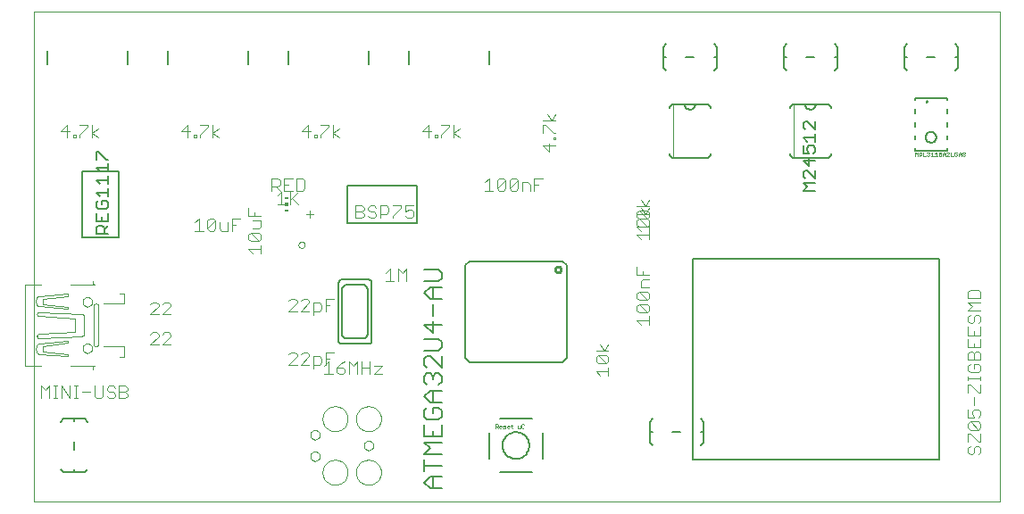
<source format=gto>
G75*
%MOIN*%
%OFA0B0*%
%FSLAX24Y24*%
%IPPOS*%
%LPD*%
%AMOC8*
5,1,8,0,0,1.08239X$1,22.5*
%
%ADD10C,0.0000*%
%ADD11C,0.0030*%
%ADD12R,0.0118X0.0059*%
%ADD13R,0.0118X0.0118*%
%ADD14C,0.0040*%
%ADD15C,0.0080*%
%ADD16C,0.0100*%
%ADD17C,0.0060*%
%ADD18C,0.0010*%
%ADD19C,0.0050*%
%ADD20C,0.0020*%
D10*
X003100Y000158D02*
X003100Y018454D01*
X039170Y018454D01*
X039170Y000158D01*
X003100Y000158D01*
X004923Y005892D02*
X004925Y005918D01*
X004931Y005944D01*
X004941Y005969D01*
X004954Y005992D01*
X004970Y006012D01*
X004990Y006030D01*
X005012Y006045D01*
X005035Y006057D01*
X005061Y006065D01*
X005087Y006069D01*
X005113Y006069D01*
X005139Y006065D01*
X005165Y006057D01*
X005189Y006045D01*
X005210Y006030D01*
X005230Y006012D01*
X005246Y005992D01*
X005259Y005969D01*
X005269Y005944D01*
X005275Y005918D01*
X005277Y005892D01*
X005275Y005866D01*
X005269Y005840D01*
X005259Y005815D01*
X005246Y005792D01*
X005230Y005772D01*
X005210Y005754D01*
X005188Y005739D01*
X005165Y005727D01*
X005139Y005719D01*
X005113Y005715D01*
X005087Y005715D01*
X005061Y005719D01*
X005035Y005727D01*
X005011Y005739D01*
X004990Y005754D01*
X004970Y005772D01*
X004954Y005792D01*
X004941Y005815D01*
X004931Y005840D01*
X004925Y005866D01*
X004923Y005892D01*
X004923Y007624D02*
X004925Y007650D01*
X004931Y007676D01*
X004941Y007701D01*
X004954Y007724D01*
X004970Y007744D01*
X004990Y007762D01*
X005012Y007777D01*
X005035Y007789D01*
X005061Y007797D01*
X005087Y007801D01*
X005113Y007801D01*
X005139Y007797D01*
X005165Y007789D01*
X005189Y007777D01*
X005210Y007762D01*
X005230Y007744D01*
X005246Y007724D01*
X005259Y007701D01*
X005269Y007676D01*
X005275Y007650D01*
X005277Y007624D01*
X005275Y007598D01*
X005269Y007572D01*
X005259Y007547D01*
X005246Y007524D01*
X005230Y007504D01*
X005210Y007486D01*
X005188Y007471D01*
X005165Y007459D01*
X005139Y007451D01*
X005113Y007447D01*
X005087Y007447D01*
X005061Y007451D01*
X005035Y007459D01*
X005011Y007471D01*
X004990Y007486D01*
X004970Y007504D01*
X004954Y007524D01*
X004941Y007547D01*
X004931Y007572D01*
X004925Y007598D01*
X004923Y007624D01*
X012982Y009758D02*
X012984Y009779D01*
X012990Y009799D01*
X012999Y009819D01*
X013011Y009836D01*
X013026Y009850D01*
X013044Y009862D01*
X013064Y009870D01*
X013084Y009875D01*
X013105Y009876D01*
X013126Y009873D01*
X013146Y009867D01*
X013165Y009856D01*
X013182Y009843D01*
X013195Y009827D01*
X013206Y009809D01*
X013214Y009789D01*
X013218Y009769D01*
X013218Y009747D01*
X013214Y009727D01*
X013206Y009707D01*
X013195Y009689D01*
X013182Y009673D01*
X013165Y009660D01*
X013146Y009649D01*
X013126Y009643D01*
X013105Y009640D01*
X013084Y009641D01*
X013064Y009646D01*
X013044Y009654D01*
X013026Y009666D01*
X013011Y009680D01*
X012999Y009697D01*
X012990Y009717D01*
X012984Y009737D01*
X012982Y009758D01*
X013883Y003258D02*
X013885Y003301D01*
X013891Y003344D01*
X013901Y003386D01*
X013915Y003427D01*
X013932Y003466D01*
X013953Y003504D01*
X013977Y003539D01*
X014005Y003573D01*
X014035Y003603D01*
X014069Y003631D01*
X014104Y003655D01*
X014142Y003676D01*
X014181Y003693D01*
X014222Y003707D01*
X014264Y003717D01*
X014307Y003723D01*
X014350Y003725D01*
X014393Y003723D01*
X014436Y003717D01*
X014478Y003707D01*
X014519Y003693D01*
X014558Y003676D01*
X014596Y003655D01*
X014631Y003631D01*
X014665Y003603D01*
X014695Y003573D01*
X014723Y003539D01*
X014747Y003504D01*
X014768Y003466D01*
X014785Y003427D01*
X014799Y003386D01*
X014809Y003344D01*
X014815Y003301D01*
X014817Y003258D01*
X014815Y003215D01*
X014809Y003172D01*
X014799Y003130D01*
X014785Y003089D01*
X014768Y003050D01*
X014747Y003012D01*
X014723Y002977D01*
X014695Y002943D01*
X014665Y002913D01*
X014631Y002885D01*
X014596Y002861D01*
X014558Y002840D01*
X014519Y002823D01*
X014478Y002809D01*
X014436Y002799D01*
X014393Y002793D01*
X014350Y002791D01*
X014307Y002793D01*
X014264Y002799D01*
X014222Y002809D01*
X014181Y002823D01*
X014142Y002840D01*
X014104Y002861D01*
X014069Y002885D01*
X014035Y002913D01*
X014005Y002943D01*
X013977Y002977D01*
X013953Y003012D01*
X013932Y003050D01*
X013915Y003089D01*
X013901Y003130D01*
X013891Y003172D01*
X013885Y003215D01*
X013883Y003258D01*
X013425Y002658D02*
X013427Y002684D01*
X013433Y002710D01*
X013442Y002734D01*
X013455Y002757D01*
X013472Y002777D01*
X013491Y002795D01*
X013513Y002810D01*
X013536Y002821D01*
X013561Y002829D01*
X013587Y002833D01*
X013613Y002833D01*
X013639Y002829D01*
X013664Y002821D01*
X013688Y002810D01*
X013709Y002795D01*
X013728Y002777D01*
X013745Y002757D01*
X013758Y002734D01*
X013767Y002710D01*
X013773Y002684D01*
X013775Y002658D01*
X013773Y002632D01*
X013767Y002606D01*
X013758Y002582D01*
X013745Y002559D01*
X013728Y002539D01*
X013709Y002521D01*
X013687Y002506D01*
X013664Y002495D01*
X013639Y002487D01*
X013613Y002483D01*
X013587Y002483D01*
X013561Y002487D01*
X013536Y002495D01*
X013512Y002506D01*
X013491Y002521D01*
X013472Y002539D01*
X013455Y002559D01*
X013442Y002582D01*
X013433Y002606D01*
X013427Y002632D01*
X013425Y002658D01*
X013425Y001858D02*
X013427Y001884D01*
X013433Y001910D01*
X013442Y001934D01*
X013455Y001957D01*
X013472Y001977D01*
X013491Y001995D01*
X013513Y002010D01*
X013536Y002021D01*
X013561Y002029D01*
X013587Y002033D01*
X013613Y002033D01*
X013639Y002029D01*
X013664Y002021D01*
X013688Y002010D01*
X013709Y001995D01*
X013728Y001977D01*
X013745Y001957D01*
X013758Y001934D01*
X013767Y001910D01*
X013773Y001884D01*
X013775Y001858D01*
X013773Y001832D01*
X013767Y001806D01*
X013758Y001782D01*
X013745Y001759D01*
X013728Y001739D01*
X013709Y001721D01*
X013687Y001706D01*
X013664Y001695D01*
X013639Y001687D01*
X013613Y001683D01*
X013587Y001683D01*
X013561Y001687D01*
X013536Y001695D01*
X013512Y001706D01*
X013491Y001721D01*
X013472Y001739D01*
X013455Y001759D01*
X013442Y001782D01*
X013433Y001806D01*
X013427Y001832D01*
X013425Y001858D01*
X013883Y001258D02*
X013885Y001301D01*
X013891Y001344D01*
X013901Y001386D01*
X013915Y001427D01*
X013932Y001466D01*
X013953Y001504D01*
X013977Y001539D01*
X014005Y001573D01*
X014035Y001603D01*
X014069Y001631D01*
X014104Y001655D01*
X014142Y001676D01*
X014181Y001693D01*
X014222Y001707D01*
X014264Y001717D01*
X014307Y001723D01*
X014350Y001725D01*
X014393Y001723D01*
X014436Y001717D01*
X014478Y001707D01*
X014519Y001693D01*
X014558Y001676D01*
X014596Y001655D01*
X014631Y001631D01*
X014665Y001603D01*
X014695Y001573D01*
X014723Y001539D01*
X014747Y001504D01*
X014768Y001466D01*
X014785Y001427D01*
X014799Y001386D01*
X014809Y001344D01*
X014815Y001301D01*
X014817Y001258D01*
X014815Y001215D01*
X014809Y001172D01*
X014799Y001130D01*
X014785Y001089D01*
X014768Y001050D01*
X014747Y001012D01*
X014723Y000977D01*
X014695Y000943D01*
X014665Y000913D01*
X014631Y000885D01*
X014596Y000861D01*
X014558Y000840D01*
X014519Y000823D01*
X014478Y000809D01*
X014436Y000799D01*
X014393Y000793D01*
X014350Y000791D01*
X014307Y000793D01*
X014264Y000799D01*
X014222Y000809D01*
X014181Y000823D01*
X014142Y000840D01*
X014104Y000861D01*
X014069Y000885D01*
X014035Y000913D01*
X014005Y000943D01*
X013977Y000977D01*
X013953Y001012D01*
X013932Y001050D01*
X013915Y001089D01*
X013901Y001130D01*
X013891Y001172D01*
X013885Y001215D01*
X013883Y001258D01*
X015133Y001258D02*
X015135Y001301D01*
X015141Y001344D01*
X015151Y001386D01*
X015165Y001427D01*
X015182Y001466D01*
X015203Y001504D01*
X015227Y001539D01*
X015255Y001573D01*
X015285Y001603D01*
X015319Y001631D01*
X015354Y001655D01*
X015392Y001676D01*
X015431Y001693D01*
X015472Y001707D01*
X015514Y001717D01*
X015557Y001723D01*
X015600Y001725D01*
X015643Y001723D01*
X015686Y001717D01*
X015728Y001707D01*
X015769Y001693D01*
X015808Y001676D01*
X015846Y001655D01*
X015881Y001631D01*
X015915Y001603D01*
X015945Y001573D01*
X015973Y001539D01*
X015997Y001504D01*
X016018Y001466D01*
X016035Y001427D01*
X016049Y001386D01*
X016059Y001344D01*
X016065Y001301D01*
X016067Y001258D01*
X016065Y001215D01*
X016059Y001172D01*
X016049Y001130D01*
X016035Y001089D01*
X016018Y001050D01*
X015997Y001012D01*
X015973Y000977D01*
X015945Y000943D01*
X015915Y000913D01*
X015881Y000885D01*
X015846Y000861D01*
X015808Y000840D01*
X015769Y000823D01*
X015728Y000809D01*
X015686Y000799D01*
X015643Y000793D01*
X015600Y000791D01*
X015557Y000793D01*
X015514Y000799D01*
X015472Y000809D01*
X015431Y000823D01*
X015392Y000840D01*
X015354Y000861D01*
X015319Y000885D01*
X015285Y000913D01*
X015255Y000943D01*
X015227Y000977D01*
X015203Y001012D01*
X015182Y001050D01*
X015165Y001089D01*
X015151Y001130D01*
X015141Y001172D01*
X015135Y001215D01*
X015133Y001258D01*
X015425Y002258D02*
X015427Y002284D01*
X015433Y002310D01*
X015442Y002334D01*
X015455Y002357D01*
X015472Y002377D01*
X015491Y002395D01*
X015513Y002410D01*
X015536Y002421D01*
X015561Y002429D01*
X015587Y002433D01*
X015613Y002433D01*
X015639Y002429D01*
X015664Y002421D01*
X015688Y002410D01*
X015709Y002395D01*
X015728Y002377D01*
X015745Y002357D01*
X015758Y002334D01*
X015767Y002310D01*
X015773Y002284D01*
X015775Y002258D01*
X015773Y002232D01*
X015767Y002206D01*
X015758Y002182D01*
X015745Y002159D01*
X015728Y002139D01*
X015709Y002121D01*
X015687Y002106D01*
X015664Y002095D01*
X015639Y002087D01*
X015613Y002083D01*
X015587Y002083D01*
X015561Y002087D01*
X015536Y002095D01*
X015512Y002106D01*
X015491Y002121D01*
X015472Y002139D01*
X015455Y002159D01*
X015442Y002182D01*
X015433Y002206D01*
X015427Y002232D01*
X015425Y002258D01*
X015133Y003258D02*
X015135Y003301D01*
X015141Y003344D01*
X015151Y003386D01*
X015165Y003427D01*
X015182Y003466D01*
X015203Y003504D01*
X015227Y003539D01*
X015255Y003573D01*
X015285Y003603D01*
X015319Y003631D01*
X015354Y003655D01*
X015392Y003676D01*
X015431Y003693D01*
X015472Y003707D01*
X015514Y003717D01*
X015557Y003723D01*
X015600Y003725D01*
X015643Y003723D01*
X015686Y003717D01*
X015728Y003707D01*
X015769Y003693D01*
X015808Y003676D01*
X015846Y003655D01*
X015881Y003631D01*
X015915Y003603D01*
X015945Y003573D01*
X015973Y003539D01*
X015997Y003504D01*
X016018Y003466D01*
X016035Y003427D01*
X016049Y003386D01*
X016059Y003344D01*
X016065Y003301D01*
X016067Y003258D01*
X016065Y003215D01*
X016059Y003172D01*
X016049Y003130D01*
X016035Y003089D01*
X016018Y003050D01*
X015997Y003012D01*
X015973Y002977D01*
X015945Y002943D01*
X015915Y002913D01*
X015881Y002885D01*
X015846Y002861D01*
X015808Y002840D01*
X015769Y002823D01*
X015728Y002809D01*
X015686Y002799D01*
X015643Y002793D01*
X015600Y002791D01*
X015557Y002793D01*
X015514Y002799D01*
X015472Y002809D01*
X015431Y002823D01*
X015392Y002840D01*
X015354Y002861D01*
X015319Y002885D01*
X015285Y002913D01*
X015255Y002943D01*
X015227Y002977D01*
X015203Y003012D01*
X015182Y003050D01*
X015165Y003089D01*
X015151Y003130D01*
X015141Y003172D01*
X015135Y003215D01*
X015133Y003258D01*
D11*
X013400Y010773D02*
X013400Y011020D01*
X013523Y010896D02*
X013276Y010896D01*
D12*
X012541Y011022D03*
X012541Y011494D03*
D13*
X012541Y011258D03*
D14*
X012506Y011278D02*
X012199Y011278D01*
X012353Y011278D02*
X012353Y011738D01*
X012199Y011585D01*
X012296Y011778D02*
X012142Y011931D01*
X012219Y011931D02*
X011989Y011931D01*
X011989Y011778D02*
X011989Y012238D01*
X012219Y012238D01*
X012296Y012162D01*
X012296Y012008D01*
X012219Y011931D01*
X012449Y012008D02*
X012603Y012008D01*
X012660Y011738D02*
X012660Y011278D01*
X012660Y011431D02*
X012967Y011738D01*
X012910Y011778D02*
X013140Y011778D01*
X013217Y011855D01*
X013217Y012162D01*
X013140Y012238D01*
X012910Y012238D01*
X012910Y011778D01*
X012756Y011778D02*
X012449Y011778D01*
X012449Y012238D01*
X012756Y012238D01*
X012736Y011508D02*
X012967Y011278D01*
X011580Y010818D02*
X011120Y010818D01*
X011120Y011125D01*
X011350Y010971D02*
X011350Y010818D01*
X011273Y010664D02*
X011580Y010664D01*
X011580Y010434D01*
X011503Y010357D01*
X011273Y010357D01*
X011196Y010204D02*
X011503Y009897D01*
X011580Y009974D01*
X011580Y010127D01*
X011503Y010204D01*
X011196Y010204D01*
X011120Y010127D01*
X011120Y009974D01*
X011196Y009897D01*
X011503Y009897D01*
X011580Y009743D02*
X011580Y009436D01*
X011580Y009590D02*
X011120Y009590D01*
X011273Y009436D01*
X010501Y010278D02*
X010501Y010738D01*
X010808Y010738D01*
X010655Y010508D02*
X010501Y010508D01*
X010348Y010585D02*
X010348Y010278D01*
X010118Y010278D01*
X010041Y010355D01*
X010041Y010585D01*
X009887Y010662D02*
X009580Y010355D01*
X009657Y010278D01*
X009811Y010278D01*
X009887Y010355D01*
X009887Y010662D01*
X009811Y010738D01*
X009657Y010738D01*
X009580Y010662D01*
X009580Y010355D01*
X009427Y010278D02*
X009120Y010278D01*
X009273Y010278D02*
X009273Y010738D01*
X009120Y010585D01*
X005386Y008270D02*
X005370Y008272D01*
X005355Y008276D01*
X005340Y008284D01*
X005328Y008294D01*
X005318Y008306D01*
X005310Y008321D01*
X005306Y008336D01*
X005304Y008352D01*
X005304Y008414D01*
X005386Y008270D02*
X004477Y008270D01*
X004385Y007923D02*
X004385Y007841D01*
X003444Y007739D01*
X003444Y007535D01*
X004385Y007433D01*
X004385Y007351D01*
X003301Y007453D01*
X003282Y007457D01*
X003263Y007463D01*
X003246Y007473D01*
X003230Y007485D01*
X003217Y007500D01*
X003206Y007517D01*
X003199Y007535D01*
X003199Y007760D02*
X003206Y007778D01*
X003217Y007795D01*
X003230Y007810D01*
X003246Y007822D01*
X003263Y007832D01*
X003282Y007838D01*
X003301Y007842D01*
X003301Y007841D02*
X004385Y007923D01*
X003200Y007759D02*
X003191Y007722D01*
X003185Y007685D01*
X003183Y007647D01*
X003185Y007609D01*
X003191Y007572D01*
X003200Y007535D01*
X003301Y007249D02*
X004896Y007167D01*
X004914Y007164D01*
X004931Y007157D01*
X004946Y007148D01*
X004959Y007135D01*
X004968Y007120D01*
X004975Y007103D01*
X004978Y007085D01*
X004977Y007085D02*
X004977Y006431D01*
X004978Y006431D02*
X004975Y006413D01*
X004968Y006396D01*
X004959Y006381D01*
X004946Y006368D01*
X004931Y006359D01*
X004914Y006352D01*
X004896Y006349D01*
X003301Y006268D01*
X003301Y006267D02*
X003285Y006269D01*
X003270Y006273D01*
X003255Y006281D01*
X003243Y006291D01*
X003233Y006303D01*
X003225Y006318D01*
X003221Y006333D01*
X003219Y006349D01*
X003221Y006365D01*
X003225Y006380D01*
X003233Y006395D01*
X003243Y006407D01*
X003255Y006417D01*
X003270Y006425D01*
X003285Y006429D01*
X003301Y006431D01*
X004650Y006513D01*
X004650Y007003D01*
X003301Y007085D01*
X003285Y007087D01*
X003270Y007091D01*
X003255Y007099D01*
X003243Y007109D01*
X003233Y007121D01*
X003225Y007136D01*
X003221Y007151D01*
X003219Y007167D01*
X003220Y007167D02*
X003220Y007167D01*
X003219Y007167D02*
X003221Y007183D01*
X003225Y007198D01*
X003233Y007213D01*
X003243Y007225D01*
X003255Y007235D01*
X003270Y007243D01*
X003285Y007247D01*
X003301Y007249D01*
X003362Y008270D02*
X002770Y008270D01*
X002770Y005246D01*
X003362Y005246D01*
X003301Y005675D02*
X004385Y005593D01*
X004385Y005675D01*
X003444Y005777D01*
X003444Y005981D01*
X004385Y006084D01*
X004385Y006165D01*
X003301Y006063D01*
X003282Y006059D01*
X003263Y006053D01*
X003246Y006043D01*
X003230Y006031D01*
X003217Y006016D01*
X003206Y005999D01*
X003199Y005981D01*
X003199Y005757D02*
X003206Y005739D01*
X003217Y005722D01*
X003230Y005707D01*
X003246Y005695D01*
X003263Y005685D01*
X003282Y005679D01*
X003301Y005675D01*
X003200Y005757D02*
X003191Y005794D01*
X003185Y005831D01*
X003183Y005869D01*
X003185Y005907D01*
X003191Y005944D01*
X003200Y005981D01*
X002770Y005246D02*
X002770Y005246D01*
X003370Y004488D02*
X003523Y004335D01*
X003677Y004488D01*
X003677Y004028D01*
X003830Y004028D02*
X003984Y004028D01*
X003907Y004028D02*
X003907Y004488D01*
X003830Y004488D02*
X003984Y004488D01*
X004137Y004488D02*
X004444Y004028D01*
X004444Y004488D01*
X004598Y004488D02*
X004751Y004488D01*
X004674Y004488D02*
X004674Y004028D01*
X004598Y004028D02*
X004751Y004028D01*
X004905Y004258D02*
X005212Y004258D01*
X005365Y004105D02*
X005442Y004028D01*
X005595Y004028D01*
X005672Y004105D01*
X005672Y004488D01*
X005825Y004412D02*
X005825Y004335D01*
X005902Y004258D01*
X006056Y004258D01*
X006132Y004181D01*
X006132Y004105D01*
X006056Y004028D01*
X005902Y004028D01*
X005825Y004105D01*
X005825Y004412D02*
X005902Y004488D01*
X006056Y004488D01*
X006132Y004412D01*
X006286Y004488D02*
X006516Y004488D01*
X006593Y004412D01*
X006593Y004335D01*
X006516Y004258D01*
X006286Y004258D01*
X006286Y004028D02*
X006516Y004028D01*
X006593Y004105D01*
X006593Y004181D01*
X006516Y004258D01*
X006286Y004028D02*
X006286Y004488D01*
X005365Y004488D02*
X005365Y004105D01*
X005304Y005103D02*
X005304Y005164D01*
X005306Y005180D01*
X005310Y005195D01*
X005318Y005210D01*
X005328Y005222D01*
X005340Y005232D01*
X005355Y005240D01*
X005370Y005244D01*
X005386Y005246D01*
X004477Y005246D01*
X004137Y004488D02*
X004137Y004028D01*
X003370Y004028D02*
X003370Y004488D01*
X005325Y006063D02*
X005325Y007453D01*
X005327Y007473D01*
X005333Y007492D01*
X005342Y007510D01*
X005355Y007525D01*
X005370Y007538D01*
X005388Y007547D01*
X005407Y007553D01*
X005427Y007555D01*
X005427Y007555D01*
X005443Y007553D01*
X005458Y007549D01*
X005473Y007541D01*
X005485Y007531D01*
X005495Y007519D01*
X005503Y007504D01*
X005507Y007489D01*
X005509Y007473D01*
X005509Y006043D01*
X005507Y006027D01*
X005503Y006012D01*
X005495Y005997D01*
X005485Y005985D01*
X005473Y005975D01*
X005458Y005967D01*
X005443Y005963D01*
X005427Y005961D01*
X005407Y005963D01*
X005388Y005969D01*
X005370Y005978D01*
X005355Y005991D01*
X005342Y006006D01*
X005333Y006024D01*
X005327Y006043D01*
X005325Y006063D01*
X005713Y005961D02*
X006449Y005961D01*
X006469Y005961D02*
X006469Y005573D01*
X006449Y005573D02*
X006306Y005573D01*
X007449Y006028D02*
X007756Y006335D01*
X007756Y006412D01*
X007679Y006488D01*
X007526Y006488D01*
X007449Y006412D01*
X007449Y006028D02*
X007756Y006028D01*
X007910Y006028D02*
X008217Y006335D01*
X008217Y006412D01*
X008140Y006488D01*
X007986Y006488D01*
X007910Y006412D01*
X007910Y006028D02*
X008217Y006028D01*
X008217Y007153D02*
X007910Y007153D01*
X008217Y007460D01*
X008217Y007537D01*
X008140Y007613D01*
X007986Y007613D01*
X007910Y007537D01*
X007756Y007537D02*
X007679Y007613D01*
X007526Y007613D01*
X007449Y007537D01*
X007756Y007537D02*
X007756Y007460D01*
X007449Y007153D01*
X007756Y007153D01*
X006469Y007555D02*
X006469Y007943D01*
X006449Y007943D02*
X006306Y007943D01*
X006449Y007555D02*
X005713Y007555D01*
X012620Y007662D02*
X012697Y007738D01*
X012850Y007738D01*
X012927Y007662D01*
X012927Y007585D01*
X012620Y007278D01*
X012927Y007278D01*
X013080Y007278D02*
X013387Y007585D01*
X013387Y007662D01*
X013311Y007738D01*
X013157Y007738D01*
X013080Y007662D01*
X013080Y007278D02*
X013387Y007278D01*
X013541Y007278D02*
X013771Y007278D01*
X013848Y007355D01*
X013848Y007508D01*
X013771Y007585D01*
X013541Y007585D01*
X013541Y007125D01*
X014001Y007278D02*
X014001Y007738D01*
X014308Y007738D01*
X014155Y007508D02*
X014001Y007508D01*
X016245Y008403D02*
X016552Y008403D01*
X016705Y008403D02*
X016705Y008863D01*
X016859Y008710D01*
X017012Y008863D01*
X017012Y008403D01*
X016398Y008403D02*
X016398Y008863D01*
X016245Y008710D01*
X016041Y010758D02*
X016041Y011218D01*
X016271Y011218D01*
X016348Y011142D01*
X016348Y010988D01*
X016271Y010911D01*
X016041Y010911D01*
X015887Y010911D02*
X015887Y010835D01*
X015811Y010758D01*
X015657Y010758D01*
X015580Y010835D01*
X015427Y010835D02*
X015350Y010758D01*
X015120Y010758D01*
X015120Y011218D01*
X015350Y011218D01*
X015427Y011142D01*
X015427Y011065D01*
X015350Y010988D01*
X015120Y010988D01*
X015350Y010988D02*
X015427Y010911D01*
X015427Y010835D01*
X015580Y011065D02*
X015657Y010988D01*
X015811Y010988D01*
X015887Y010911D01*
X015887Y011142D02*
X015811Y011218D01*
X015657Y011218D01*
X015580Y011142D01*
X015580Y011065D01*
X016501Y011218D02*
X016808Y011218D01*
X016808Y011142D01*
X016501Y010835D01*
X016501Y010758D01*
X016962Y010835D02*
X017038Y010758D01*
X017192Y010758D01*
X017268Y010835D01*
X017268Y010988D01*
X017192Y011065D01*
X017115Y011065D01*
X016962Y010988D01*
X016962Y011218D01*
X017268Y011218D01*
X019943Y011778D02*
X020250Y011778D01*
X020096Y011778D02*
X020096Y012238D01*
X019943Y012085D01*
X020403Y012162D02*
X020480Y012238D01*
X020634Y012238D01*
X020710Y012162D01*
X020403Y011855D01*
X020480Y011778D01*
X020634Y011778D01*
X020710Y011855D01*
X020710Y012162D01*
X020864Y012162D02*
X020941Y012238D01*
X021094Y012238D01*
X021171Y012162D01*
X020864Y011855D01*
X020941Y011778D01*
X021094Y011778D01*
X021171Y011855D01*
X021171Y012162D01*
X021324Y012085D02*
X021324Y011778D01*
X021324Y012085D02*
X021554Y012085D01*
X021631Y012008D01*
X021631Y011778D01*
X021785Y011778D02*
X021785Y012238D01*
X022092Y012238D01*
X021938Y012008D02*
X021785Y012008D01*
X020864Y011855D02*
X020864Y012162D01*
X020403Y012162D02*
X020403Y011855D01*
X022120Y013474D02*
X022350Y013243D01*
X022350Y013550D01*
X022503Y013704D02*
X022503Y013781D01*
X022580Y013781D01*
X022580Y013704D01*
X022503Y013704D01*
X022503Y013934D02*
X022580Y013934D01*
X022503Y013934D02*
X022196Y014241D01*
X022120Y014241D01*
X022120Y013934D01*
X022120Y014394D02*
X022580Y014394D01*
X022427Y014394D02*
X022273Y014625D01*
X022427Y014394D02*
X022580Y014625D01*
X022580Y013474D02*
X022120Y013474D01*
X019001Y013778D02*
X018771Y013931D01*
X019001Y014085D01*
X018771Y014238D02*
X018771Y013778D01*
X018618Y014162D02*
X018311Y013855D01*
X018311Y013778D01*
X018157Y013778D02*
X018080Y013778D01*
X018080Y013855D01*
X018157Y013855D01*
X018157Y013778D01*
X017850Y013778D02*
X017850Y014238D01*
X017620Y014008D01*
X017927Y014008D01*
X018311Y014238D02*
X018618Y014238D01*
X018618Y014162D01*
X014501Y014085D02*
X014271Y013931D01*
X014501Y013778D01*
X014271Y013778D02*
X014271Y014238D01*
X014118Y014238D02*
X014118Y014162D01*
X013811Y013855D01*
X013811Y013778D01*
X013657Y013778D02*
X013580Y013778D01*
X013580Y013855D01*
X013657Y013855D01*
X013657Y013778D01*
X013350Y013778D02*
X013350Y014238D01*
X013120Y014008D01*
X013427Y014008D01*
X013811Y014238D02*
X014118Y014238D01*
X010001Y014085D02*
X009771Y013931D01*
X010001Y013778D01*
X009771Y013778D02*
X009771Y014238D01*
X009618Y014238D02*
X009618Y014162D01*
X009311Y013855D01*
X009311Y013778D01*
X009157Y013778D02*
X009080Y013778D01*
X009080Y013855D01*
X009157Y013855D01*
X009157Y013778D01*
X008850Y013778D02*
X008850Y014238D01*
X008620Y014008D01*
X008927Y014008D01*
X009311Y014238D02*
X009618Y014238D01*
X005501Y014085D02*
X005271Y013931D01*
X005501Y013778D01*
X005271Y013778D02*
X005271Y014238D01*
X005118Y014238D02*
X005118Y014162D01*
X004811Y013855D01*
X004811Y013778D01*
X004657Y013778D02*
X004580Y013778D01*
X004580Y013855D01*
X004657Y013855D01*
X004657Y013778D01*
X004350Y013778D02*
X004350Y014238D01*
X004120Y014008D01*
X004427Y014008D01*
X004811Y014238D02*
X005118Y014238D01*
X012697Y005738D02*
X012620Y005662D01*
X012697Y005738D02*
X012850Y005738D01*
X012927Y005662D01*
X012927Y005585D01*
X012620Y005278D01*
X012927Y005278D01*
X013080Y005278D02*
X013387Y005585D01*
X013387Y005662D01*
X013311Y005738D01*
X013157Y005738D01*
X013080Y005662D01*
X013080Y005278D02*
X013387Y005278D01*
X013541Y005278D02*
X013771Y005278D01*
X013848Y005355D01*
X013848Y005508D01*
X013771Y005585D01*
X013541Y005585D01*
X013541Y005125D01*
X013953Y005245D02*
X014106Y005399D01*
X014106Y004938D01*
X013953Y004938D02*
X014260Y004938D01*
X014413Y005015D02*
X014490Y004938D01*
X014643Y004938D01*
X014720Y005015D01*
X014720Y005092D01*
X014643Y005169D01*
X014413Y005169D01*
X014413Y005015D01*
X014413Y005169D02*
X014567Y005322D01*
X014720Y005399D01*
X014874Y005399D02*
X015027Y005245D01*
X015181Y005399D01*
X015181Y004938D01*
X015334Y004938D02*
X015334Y005399D01*
X015334Y005169D02*
X015641Y005169D01*
X015794Y005245D02*
X016101Y005245D01*
X015794Y004938D01*
X016101Y004938D01*
X015641Y004938D02*
X015641Y005399D01*
X014874Y005399D02*
X014874Y004938D01*
X014001Y005278D02*
X014001Y005738D01*
X014308Y005738D01*
X014155Y005508D02*
X014001Y005508D01*
X024095Y005411D02*
X024095Y005564D01*
X024171Y005641D01*
X024478Y005334D01*
X024555Y005411D01*
X024555Y005564D01*
X024478Y005641D01*
X024171Y005641D01*
X024095Y005794D02*
X024555Y005794D01*
X024402Y005794D02*
X024248Y006025D01*
X024402Y005794D02*
X024555Y006025D01*
X024478Y005334D02*
X024171Y005334D01*
X024095Y005411D01*
X024095Y005027D02*
X024555Y005027D01*
X024555Y004874D02*
X024555Y005181D01*
X024248Y004874D02*
X024095Y005027D01*
X025773Y006778D02*
X025620Y006931D01*
X026080Y006931D01*
X026080Y006778D02*
X026080Y007085D01*
X026003Y007238D02*
X025696Y007545D01*
X026003Y007545D01*
X026080Y007469D01*
X026080Y007315D01*
X026003Y007238D01*
X025696Y007238D01*
X025620Y007315D01*
X025620Y007469D01*
X025696Y007545D01*
X025696Y007699D02*
X025620Y007776D01*
X025620Y007929D01*
X025696Y008006D01*
X026003Y007699D01*
X026080Y007776D01*
X026080Y007929D01*
X026003Y008006D01*
X025696Y008006D01*
X025773Y008159D02*
X025773Y008389D01*
X025850Y008466D01*
X026080Y008466D01*
X026080Y008620D02*
X025620Y008620D01*
X025620Y008927D01*
X025850Y008773D02*
X025850Y008620D01*
X025773Y008159D02*
X026080Y008159D01*
X026003Y007699D02*
X025696Y007699D01*
X025773Y009974D02*
X025620Y010127D01*
X026080Y010127D01*
X026080Y010278D02*
X026080Y010585D01*
X026080Y010511D02*
X026003Y010434D01*
X025696Y010741D01*
X026003Y010741D01*
X026080Y010664D01*
X026080Y010511D01*
X026080Y010431D02*
X025620Y010431D01*
X025773Y010278D01*
X025696Y010434D02*
X025620Y010511D01*
X025620Y010664D01*
X025696Y010741D01*
X025696Y010738D02*
X025620Y010815D01*
X025620Y010969D01*
X025696Y011045D01*
X026003Y010738D01*
X026080Y010815D01*
X026080Y010969D01*
X026003Y011045D01*
X025696Y011045D01*
X025773Y011125D02*
X025927Y010894D01*
X026080Y011125D01*
X026080Y011199D02*
X025620Y011199D01*
X025773Y011429D02*
X025927Y011199D01*
X026080Y011429D01*
X026080Y010894D02*
X025620Y010894D01*
X025696Y010738D02*
X026003Y010738D01*
X026003Y010434D02*
X025696Y010434D01*
X026080Y010281D02*
X026080Y009974D01*
X037980Y007989D02*
X037980Y007759D01*
X038441Y007759D01*
X038441Y007989D01*
X038364Y008066D01*
X038057Y008066D01*
X037980Y007989D01*
X037980Y007606D02*
X038441Y007606D01*
X038441Y007299D02*
X037980Y007299D01*
X038134Y007452D01*
X037980Y007606D01*
X038057Y007145D02*
X037980Y007069D01*
X037980Y006915D01*
X038057Y006838D01*
X038134Y006838D01*
X038210Y006915D01*
X038210Y007069D01*
X038287Y007145D01*
X038364Y007145D01*
X038441Y007069D01*
X038441Y006915D01*
X038364Y006838D01*
X038441Y006685D02*
X038441Y006378D01*
X037980Y006378D01*
X037980Y006685D01*
X038210Y006532D02*
X038210Y006378D01*
X037980Y006225D02*
X037980Y005918D01*
X038441Y005918D01*
X038441Y006225D01*
X038210Y006071D02*
X038210Y005918D01*
X038134Y005764D02*
X038210Y005687D01*
X038210Y005457D01*
X038210Y005304D02*
X038210Y005150D01*
X038210Y005304D02*
X038364Y005304D01*
X038441Y005227D01*
X038441Y005074D01*
X038364Y004997D01*
X038057Y004997D01*
X037980Y005074D01*
X037980Y005227D01*
X038057Y005304D01*
X037980Y005457D02*
X037980Y005687D01*
X038057Y005764D01*
X038134Y005764D01*
X038210Y005687D02*
X038287Y005764D01*
X038364Y005764D01*
X038441Y005687D01*
X038441Y005457D01*
X037980Y005457D01*
X037980Y004843D02*
X037980Y004690D01*
X037980Y004767D02*
X038441Y004767D01*
X038441Y004843D02*
X038441Y004690D01*
X038441Y004536D02*
X038441Y004230D01*
X038364Y004230D01*
X038057Y004536D01*
X037980Y004536D01*
X037980Y004230D01*
X038210Y004076D02*
X038210Y003769D01*
X038210Y003616D02*
X038364Y003616D01*
X038441Y003539D01*
X038441Y003386D01*
X038364Y003309D01*
X038210Y003309D02*
X038134Y003462D01*
X038134Y003539D01*
X038210Y003616D01*
X037980Y003616D02*
X037980Y003309D01*
X038210Y003309D01*
X038057Y003155D02*
X038364Y003155D01*
X038441Y003079D01*
X038441Y002925D01*
X038364Y002848D01*
X038057Y003155D01*
X037980Y003079D01*
X037980Y002925D01*
X038057Y002848D01*
X038364Y002848D01*
X038441Y002695D02*
X038441Y002388D01*
X038364Y002388D01*
X038057Y002695D01*
X037980Y002695D01*
X037980Y002388D01*
X038057Y002235D02*
X037980Y002158D01*
X037980Y002004D01*
X038057Y001928D01*
X038134Y001928D01*
X038210Y002004D01*
X038210Y002158D01*
X038287Y002235D01*
X038364Y002235D01*
X038441Y002158D01*
X038441Y002004D01*
X038364Y001928D01*
D15*
X028100Y002368D02*
X027990Y002258D01*
X028100Y002368D02*
X028100Y002758D01*
X028100Y003148D01*
X027990Y003258D01*
X028000Y002758D02*
X028100Y002758D01*
X027250Y002758D02*
X026950Y002758D01*
X026200Y002758D02*
X026100Y002758D01*
X026100Y002368D01*
X026210Y002258D01*
X026100Y002758D02*
X026100Y003148D01*
X026210Y003258D01*
X022990Y005526D02*
X022832Y005368D01*
X019368Y005368D01*
X019210Y005526D01*
X019210Y008990D01*
X019368Y009148D01*
X022832Y009148D01*
X022990Y008990D01*
X022990Y005526D01*
X021706Y003258D02*
X020494Y003258D01*
X020100Y002746D02*
X020100Y001770D01*
X020494Y001258D02*
X021706Y001258D01*
X022100Y001758D02*
X022100Y002746D01*
X020600Y002258D02*
X020602Y002302D01*
X020608Y002346D01*
X020618Y002389D01*
X020631Y002431D01*
X020648Y002472D01*
X020669Y002511D01*
X020693Y002548D01*
X020720Y002583D01*
X020750Y002615D01*
X020783Y002645D01*
X020819Y002671D01*
X020856Y002695D01*
X020896Y002714D01*
X020937Y002731D01*
X020980Y002743D01*
X021023Y002752D01*
X021067Y002757D01*
X021111Y002758D01*
X021155Y002755D01*
X021199Y002748D01*
X021242Y002737D01*
X021284Y002723D01*
X021324Y002705D01*
X021363Y002683D01*
X021399Y002659D01*
X021433Y002631D01*
X021465Y002600D01*
X021494Y002566D01*
X021520Y002530D01*
X021542Y002492D01*
X021561Y002452D01*
X021576Y002410D01*
X021588Y002368D01*
X021596Y002324D01*
X021600Y002280D01*
X021600Y002236D01*
X021596Y002192D01*
X021588Y002148D01*
X021576Y002106D01*
X021561Y002064D01*
X021542Y002024D01*
X021520Y001986D01*
X021494Y001950D01*
X021465Y001916D01*
X021433Y001885D01*
X021399Y001857D01*
X021363Y001833D01*
X021324Y001811D01*
X021284Y001793D01*
X021242Y001779D01*
X021199Y001768D01*
X021155Y001761D01*
X021111Y001758D01*
X021067Y001759D01*
X021023Y001764D01*
X020980Y001773D01*
X020937Y001785D01*
X020896Y001802D01*
X020856Y001821D01*
X020819Y001845D01*
X020783Y001871D01*
X020750Y001901D01*
X020720Y001933D01*
X020693Y001968D01*
X020669Y002005D01*
X020648Y002044D01*
X020631Y002085D01*
X020618Y002127D01*
X020608Y002170D01*
X020602Y002214D01*
X020600Y002258D01*
X017390Y010558D02*
X014810Y010558D01*
X014810Y011958D01*
X017390Y011958D01*
X017390Y010558D01*
X017100Y016508D02*
X017100Y017008D01*
X015600Y017008D02*
X015600Y016508D01*
X012600Y016508D02*
X012600Y017008D01*
X011100Y017008D02*
X011100Y016508D01*
X008100Y016508D02*
X008100Y017008D01*
X006600Y017008D02*
X006600Y016508D01*
X003600Y016508D02*
X003600Y017008D01*
X020100Y017008D02*
X020100Y016508D01*
X026600Y016368D02*
X026710Y016258D01*
X026600Y016368D02*
X026600Y016758D01*
X026600Y017148D01*
X026710Y017258D01*
X026700Y016758D02*
X026600Y016758D01*
X027450Y016758D02*
X027750Y016758D01*
X028500Y016758D02*
X028600Y016758D01*
X028600Y017148D01*
X028490Y017258D01*
X028600Y016758D02*
X028600Y016368D01*
X028490Y016258D01*
X031100Y016368D02*
X031210Y016258D01*
X031100Y016368D02*
X031100Y016758D01*
X031100Y017148D01*
X031210Y017258D01*
X031200Y016758D02*
X031100Y016758D01*
X031950Y016758D02*
X032250Y016758D01*
X033000Y016758D02*
X033100Y016758D01*
X033100Y017148D01*
X032990Y017258D01*
X033100Y016758D02*
X033100Y016368D01*
X032990Y016258D01*
X035600Y016368D02*
X035710Y016258D01*
X035600Y016368D02*
X035600Y016758D01*
X035600Y017148D01*
X035710Y017258D01*
X035700Y016758D02*
X035600Y016758D01*
X036450Y016758D02*
X036750Y016758D01*
X037500Y016758D02*
X037600Y016758D01*
X037600Y017148D01*
X037490Y017258D01*
X037600Y016758D02*
X037600Y016368D01*
X037490Y016258D01*
X037191Y015242D02*
X036009Y015242D01*
X036009Y015164D01*
X036009Y014829D02*
X036009Y014671D01*
X036009Y014337D02*
X036009Y014179D01*
X036009Y013845D02*
X036009Y013687D01*
X036009Y013353D02*
X036009Y013274D01*
X037191Y013274D01*
X037191Y013353D01*
X037191Y013687D02*
X037191Y013845D01*
X037191Y014179D02*
X037191Y014337D01*
X037191Y014671D02*
X037191Y014829D01*
X037191Y015164D02*
X037191Y015242D01*
X036430Y015101D02*
X036432Y015109D01*
X036437Y015116D01*
X036444Y015120D01*
X036452Y015121D01*
X036460Y015118D01*
X036466Y015113D01*
X036470Y015105D01*
X036470Y015097D01*
X036466Y015089D01*
X036460Y015084D01*
X036452Y015081D01*
X036444Y015082D01*
X036437Y015086D01*
X036432Y015093D01*
X036430Y015101D01*
X036400Y013774D02*
X036402Y013802D01*
X036408Y013829D01*
X036417Y013855D01*
X036430Y013880D01*
X036447Y013903D01*
X036466Y013923D01*
X036488Y013940D01*
X036512Y013954D01*
X036538Y013964D01*
X036565Y013971D01*
X036593Y013974D01*
X036621Y013973D01*
X036648Y013968D01*
X036675Y013959D01*
X036700Y013947D01*
X036723Y013932D01*
X036744Y013913D01*
X036762Y013892D01*
X036777Y013868D01*
X036788Y013842D01*
X036796Y013816D01*
X036800Y013788D01*
X036800Y013760D01*
X036796Y013732D01*
X036788Y013706D01*
X036777Y013680D01*
X036762Y013656D01*
X036744Y013635D01*
X036723Y013616D01*
X036700Y013601D01*
X036675Y013589D01*
X036648Y013580D01*
X036621Y013575D01*
X036593Y013574D01*
X036565Y013577D01*
X036538Y013584D01*
X036512Y013594D01*
X036488Y013608D01*
X036466Y013625D01*
X036447Y013645D01*
X036430Y013668D01*
X036417Y013693D01*
X036408Y013719D01*
X036402Y013746D01*
X036400Y013774D01*
X005100Y003148D02*
X004990Y003258D01*
X004600Y003258D01*
X004210Y003258D01*
X004100Y003148D01*
X004600Y003158D02*
X004600Y003258D01*
X004600Y002408D02*
X004600Y002108D01*
X004600Y001358D02*
X004600Y001258D01*
X004990Y001258D01*
X005100Y001368D01*
X004600Y001258D02*
X004210Y001258D01*
X004100Y001368D01*
D16*
X022564Y008833D02*
X022566Y008853D01*
X022571Y008873D01*
X022581Y008891D01*
X022593Y008908D01*
X022608Y008922D01*
X022626Y008932D01*
X022645Y008940D01*
X022665Y008944D01*
X022685Y008944D01*
X022705Y008940D01*
X022724Y008932D01*
X022742Y008922D01*
X022757Y008908D01*
X022769Y008891D01*
X022779Y008873D01*
X022784Y008853D01*
X022786Y008833D01*
X022784Y008813D01*
X022779Y008793D01*
X022769Y008775D01*
X022757Y008758D01*
X022742Y008744D01*
X022724Y008734D01*
X022705Y008726D01*
X022685Y008722D01*
X022665Y008722D01*
X022645Y008726D01*
X022626Y008734D01*
X022608Y008744D01*
X022593Y008758D01*
X022581Y008775D01*
X022571Y008793D01*
X022566Y008813D01*
X022564Y008833D01*
D17*
X018323Y008714D02*
X018216Y008820D01*
X017683Y008820D01*
X017683Y008393D02*
X018216Y008393D01*
X018323Y008500D01*
X018323Y008714D01*
X018323Y008176D02*
X017896Y008176D01*
X017683Y007962D01*
X017896Y007749D01*
X018323Y007749D01*
X018003Y007749D02*
X018003Y008176D01*
X018003Y007531D02*
X018003Y007104D01*
X018003Y006887D02*
X018003Y006460D01*
X017683Y006780D01*
X018323Y006780D01*
X018216Y006242D02*
X017683Y006242D01*
X017683Y005815D02*
X018216Y005815D01*
X018323Y005922D01*
X018323Y006136D01*
X018216Y006242D01*
X018323Y005598D02*
X018323Y005171D01*
X017896Y005598D01*
X017789Y005598D01*
X017683Y005491D01*
X017683Y005277D01*
X017789Y005171D01*
X017789Y004953D02*
X017896Y004953D01*
X018003Y004846D01*
X018110Y004953D01*
X018216Y004953D01*
X018323Y004846D01*
X018323Y004633D01*
X018216Y004526D01*
X018323Y004309D02*
X017896Y004309D01*
X017683Y004095D01*
X017896Y003882D01*
X018323Y003882D01*
X018216Y003664D02*
X018003Y003664D01*
X018003Y003451D01*
X018216Y003664D02*
X018323Y003557D01*
X018323Y003344D01*
X018216Y003237D01*
X017789Y003237D01*
X017683Y003344D01*
X017683Y003557D01*
X017789Y003664D01*
X018003Y003882D02*
X018003Y004309D01*
X017789Y004526D02*
X017683Y004633D01*
X017683Y004846D01*
X017789Y004953D01*
X018003Y004846D02*
X018003Y004740D01*
X018323Y003020D02*
X018323Y002593D01*
X017683Y002593D01*
X017683Y003020D01*
X018003Y002806D02*
X018003Y002593D01*
X017683Y002375D02*
X018323Y002375D01*
X017896Y002161D02*
X017683Y002375D01*
X017896Y002161D02*
X017683Y001948D01*
X018323Y001948D01*
X018323Y001517D02*
X017683Y001517D01*
X017683Y001730D02*
X017683Y001303D01*
X017896Y001086D02*
X017683Y000872D01*
X017896Y000659D01*
X018323Y000659D01*
X018003Y000659D02*
X018003Y001086D01*
X017896Y001086D02*
X018323Y001086D01*
X006281Y010028D02*
X006281Y012488D01*
X004919Y012488D01*
X004919Y010028D01*
X006281Y010028D01*
X026980Y013008D02*
X028220Y013008D01*
X028243Y013010D01*
X028266Y013015D01*
X028288Y013024D01*
X028308Y013037D01*
X028326Y013052D01*
X028341Y013070D01*
X028354Y013090D01*
X028363Y013112D01*
X028368Y013135D01*
X028370Y013158D01*
X026980Y013008D02*
X026957Y013010D01*
X026934Y013015D01*
X026912Y013024D01*
X026892Y013037D01*
X026874Y013052D01*
X026859Y013070D01*
X026846Y013090D01*
X026837Y013112D01*
X026832Y013135D01*
X026830Y013158D01*
X026830Y014858D02*
X026832Y014881D01*
X026837Y014904D01*
X026846Y014926D01*
X026859Y014946D01*
X026874Y014964D01*
X026892Y014979D01*
X026912Y014992D01*
X026934Y015001D01*
X026957Y015006D01*
X026980Y015008D01*
X027400Y015008D01*
X027800Y015008D01*
X028220Y015008D01*
X028243Y015006D01*
X028266Y015001D01*
X028288Y014992D01*
X028308Y014979D01*
X028326Y014964D01*
X028341Y014946D01*
X028354Y014926D01*
X028363Y014904D01*
X028368Y014881D01*
X028370Y014858D01*
X027800Y015008D02*
X027798Y014981D01*
X027793Y014954D01*
X027783Y014928D01*
X027771Y014904D01*
X027755Y014882D01*
X027737Y014862D01*
X027715Y014845D01*
X027692Y014830D01*
X027667Y014820D01*
X027641Y014812D01*
X027614Y014808D01*
X027586Y014808D01*
X027559Y014812D01*
X027533Y014820D01*
X027508Y014830D01*
X027485Y014845D01*
X027463Y014862D01*
X027445Y014882D01*
X027429Y014904D01*
X027417Y014928D01*
X027407Y014954D01*
X027402Y014981D01*
X027400Y015008D01*
X031480Y015008D02*
X031900Y015008D01*
X032300Y015008D01*
X032720Y015008D01*
X032743Y015006D01*
X032766Y015001D01*
X032788Y014992D01*
X032808Y014979D01*
X032826Y014964D01*
X032841Y014946D01*
X032854Y014926D01*
X032863Y014904D01*
X032868Y014881D01*
X032870Y014858D01*
X032300Y015008D02*
X032298Y014981D01*
X032293Y014954D01*
X032283Y014928D01*
X032271Y014904D01*
X032255Y014882D01*
X032237Y014862D01*
X032215Y014845D01*
X032192Y014830D01*
X032167Y014820D01*
X032141Y014812D01*
X032114Y014808D01*
X032086Y014808D01*
X032059Y014812D01*
X032033Y014820D01*
X032008Y014830D01*
X031985Y014845D01*
X031963Y014862D01*
X031945Y014882D01*
X031929Y014904D01*
X031917Y014928D01*
X031907Y014954D01*
X031902Y014981D01*
X031900Y015008D01*
X031480Y015008D02*
X031457Y015006D01*
X031434Y015001D01*
X031412Y014992D01*
X031392Y014979D01*
X031374Y014964D01*
X031359Y014946D01*
X031346Y014926D01*
X031337Y014904D01*
X031332Y014881D01*
X031330Y014858D01*
X031330Y013158D02*
X031332Y013135D01*
X031337Y013112D01*
X031346Y013090D01*
X031359Y013070D01*
X031374Y013052D01*
X031392Y013037D01*
X031412Y013024D01*
X031434Y013015D01*
X031457Y013010D01*
X031480Y013008D01*
X032720Y013008D01*
X032743Y013010D01*
X032766Y013015D01*
X032788Y013024D01*
X032808Y013037D01*
X032826Y013052D01*
X032841Y013070D01*
X032854Y013090D01*
X032863Y013112D01*
X032868Y013135D01*
X032870Y013158D01*
D18*
X021408Y003028D02*
X021383Y003053D01*
X021333Y003053D01*
X021308Y003028D01*
X021308Y002928D01*
X021333Y002903D01*
X021383Y002903D01*
X021408Y002928D01*
X021260Y002903D02*
X021260Y003003D01*
X021160Y003003D02*
X021160Y002928D01*
X021185Y002903D01*
X021260Y002903D01*
X020965Y002903D02*
X020940Y002928D01*
X020940Y003028D01*
X020915Y003003D02*
X020965Y003003D01*
X020868Y002978D02*
X020868Y002953D01*
X020767Y002953D01*
X020767Y002928D02*
X020767Y002978D01*
X020792Y003003D01*
X020843Y003003D01*
X020868Y002978D01*
X020843Y002903D02*
X020792Y002903D01*
X020767Y002928D01*
X020720Y002928D02*
X020695Y002953D01*
X020645Y002953D01*
X020620Y002978D01*
X020645Y003003D01*
X020720Y003003D01*
X020720Y002928D02*
X020695Y002903D01*
X020620Y002903D01*
X020573Y002953D02*
X020473Y002953D01*
X020473Y002928D02*
X020473Y002978D01*
X020498Y003003D01*
X020548Y003003D01*
X020573Y002978D01*
X020573Y002953D01*
X020548Y002903D02*
X020498Y002903D01*
X020473Y002928D01*
X020426Y002903D02*
X020376Y002953D01*
X020401Y002953D02*
X020326Y002953D01*
X020326Y002903D02*
X020326Y003053D01*
X020401Y003053D01*
X020426Y003028D01*
X020426Y002978D01*
X020401Y002953D01*
D19*
X015716Y006170D02*
X015716Y008346D01*
X015714Y008365D01*
X015709Y008384D01*
X015701Y008402D01*
X015690Y008417D01*
X015676Y008431D01*
X015661Y008442D01*
X015643Y008450D01*
X015624Y008455D01*
X015605Y008457D01*
X015605Y008458D02*
X014608Y008458D01*
X014608Y008457D02*
X014589Y008455D01*
X014570Y008451D01*
X014552Y008443D01*
X014535Y008433D01*
X014520Y008421D01*
X014508Y008406D01*
X014498Y008389D01*
X014490Y008371D01*
X014486Y008352D01*
X014484Y008333D01*
X014484Y006146D01*
X014486Y006129D01*
X014491Y006112D01*
X014499Y006097D01*
X014510Y006084D01*
X014523Y006073D01*
X014538Y006065D01*
X014555Y006060D01*
X014572Y006058D01*
X015605Y006058D01*
X015605Y006059D02*
X015624Y006061D01*
X015643Y006066D01*
X015661Y006074D01*
X015676Y006085D01*
X015690Y006099D01*
X015701Y006115D01*
X015709Y006132D01*
X015714Y006151D01*
X015716Y006170D01*
X015559Y006413D02*
X015559Y008104D01*
X015558Y008104D02*
X015556Y008126D01*
X015552Y008148D01*
X015544Y008169D01*
X015533Y008189D01*
X015520Y008207D01*
X015504Y008223D01*
X015486Y008236D01*
X015466Y008247D01*
X015445Y008255D01*
X015423Y008259D01*
X015401Y008261D01*
X014799Y008261D01*
X014773Y008262D01*
X014748Y008259D01*
X014723Y008253D01*
X014700Y008243D01*
X014678Y008231D01*
X014658Y008215D01*
X014641Y008196D01*
X014626Y008175D01*
X014615Y008153D01*
X014607Y008129D01*
X014602Y008104D01*
X014602Y006452D01*
X014604Y006426D01*
X014609Y006401D01*
X014617Y006377D01*
X014628Y006354D01*
X014643Y006332D01*
X014660Y006313D01*
X014679Y006296D01*
X014701Y006281D01*
X014724Y006270D01*
X014748Y006262D01*
X014773Y006257D01*
X014799Y006255D01*
X015401Y006255D01*
X015401Y006256D02*
X015423Y006258D01*
X015445Y006262D01*
X015466Y006270D01*
X015486Y006281D01*
X015504Y006294D01*
X015520Y006310D01*
X015533Y006328D01*
X015544Y006348D01*
X015552Y006369D01*
X015556Y006391D01*
X015558Y006413D01*
X005875Y010183D02*
X005425Y010183D01*
X005425Y010408D01*
X005500Y010483D01*
X005650Y010483D01*
X005725Y010408D01*
X005725Y010183D01*
X005725Y010333D02*
X005875Y010483D01*
X005875Y010643D02*
X005425Y010643D01*
X005425Y010944D01*
X005500Y011104D02*
X005800Y011104D01*
X005875Y011179D01*
X005875Y011329D01*
X005800Y011404D01*
X005650Y011404D01*
X005650Y011254D01*
X005500Y011404D02*
X005425Y011329D01*
X005425Y011179D01*
X005500Y011104D01*
X005650Y010794D02*
X005650Y010643D01*
X005875Y010643D02*
X005875Y010944D01*
X005875Y011564D02*
X005875Y011864D01*
X005875Y011714D02*
X005425Y011714D01*
X005575Y011564D01*
X005575Y012025D02*
X005425Y012175D01*
X005875Y012175D01*
X005875Y012025D02*
X005875Y012325D01*
X005875Y012485D02*
X005875Y012785D01*
X005875Y012635D02*
X005425Y012635D01*
X005575Y012485D01*
X005425Y012945D02*
X005425Y013246D01*
X005500Y013246D01*
X005800Y012945D01*
X005875Y012945D01*
X027719Y009229D02*
X027719Y001731D01*
X036919Y001731D01*
X036919Y009229D01*
X027719Y009229D01*
X031825Y011771D02*
X031975Y011921D01*
X031825Y012071D01*
X032275Y012071D01*
X032275Y012231D02*
X031975Y012531D01*
X031900Y012531D01*
X031825Y012456D01*
X031825Y012306D01*
X031900Y012231D01*
X032275Y012231D02*
X032275Y012531D01*
X032050Y012691D02*
X032050Y012992D01*
X032050Y013152D02*
X031975Y013302D01*
X031975Y013377D01*
X032050Y013452D01*
X032200Y013452D01*
X032275Y013377D01*
X032275Y013227D01*
X032200Y013152D01*
X032050Y013152D02*
X031825Y013152D01*
X031825Y013452D01*
X031975Y013612D02*
X031825Y013762D01*
X032275Y013762D01*
X032275Y013612D02*
X032275Y013912D01*
X032275Y014073D02*
X031975Y014373D01*
X031900Y014373D01*
X031825Y014298D01*
X031825Y014148D01*
X031900Y014073D01*
X032275Y014073D02*
X032275Y014373D01*
X032275Y012917D02*
X031825Y012917D01*
X032050Y012691D01*
X032275Y011771D02*
X031825Y011771D01*
D20*
X031470Y013008D02*
X031470Y015008D01*
X036010Y013208D02*
X036057Y013161D01*
X036103Y013208D01*
X036103Y013068D01*
X036157Y013068D02*
X036157Y013208D01*
X036227Y013208D01*
X036251Y013185D01*
X036251Y013138D01*
X036227Y013115D01*
X036157Y013115D01*
X036010Y013068D02*
X036010Y013208D01*
X036305Y013208D02*
X036305Y013068D01*
X036398Y013068D01*
X036452Y013091D02*
X036475Y013068D01*
X036522Y013068D01*
X036545Y013091D01*
X036545Y013115D01*
X036522Y013138D01*
X036499Y013138D01*
X036522Y013138D02*
X036545Y013161D01*
X036545Y013185D01*
X036522Y013208D01*
X036475Y013208D01*
X036452Y013185D01*
X036599Y013161D02*
X036646Y013208D01*
X036646Y013068D01*
X036599Y013068D02*
X036693Y013068D01*
X036747Y013068D02*
X036840Y013068D01*
X036793Y013068D02*
X036793Y013208D01*
X036747Y013161D01*
X036894Y013138D02*
X036941Y013161D01*
X036964Y013161D01*
X036987Y013138D01*
X036987Y013091D01*
X036964Y013068D01*
X036917Y013068D01*
X036894Y013091D01*
X036894Y013138D02*
X036894Y013208D01*
X036987Y013208D01*
X037041Y013161D02*
X037088Y013208D01*
X037135Y013161D01*
X037135Y013068D01*
X037189Y013068D02*
X037282Y013161D01*
X037282Y013185D01*
X037259Y013208D01*
X037212Y013208D01*
X037189Y013185D01*
X037135Y013138D02*
X037041Y013138D01*
X037041Y013161D02*
X037041Y013068D01*
X037189Y013068D02*
X037282Y013068D01*
X037336Y013068D02*
X037429Y013068D01*
X037483Y013091D02*
X037507Y013068D01*
X037553Y013068D01*
X037577Y013091D01*
X037577Y013138D01*
X037530Y013138D01*
X037483Y013185D02*
X037483Y013091D01*
X037483Y013185D02*
X037507Y013208D01*
X037553Y013208D01*
X037577Y013185D01*
X037631Y013161D02*
X037677Y013208D01*
X037724Y013161D01*
X037724Y013068D01*
X037778Y013091D02*
X037778Y013115D01*
X037801Y013138D01*
X037848Y013138D01*
X037871Y013115D01*
X037871Y013091D01*
X037848Y013068D01*
X037801Y013068D01*
X037778Y013091D01*
X037801Y013138D02*
X037778Y013161D01*
X037778Y013185D01*
X037801Y013208D01*
X037848Y013208D01*
X037871Y013185D01*
X037871Y013161D01*
X037848Y013138D01*
X037724Y013138D02*
X037631Y013138D01*
X037631Y013161D02*
X037631Y013068D01*
X037336Y013068D02*
X037336Y013208D01*
X026970Y013008D02*
X026970Y015008D01*
M02*

</source>
